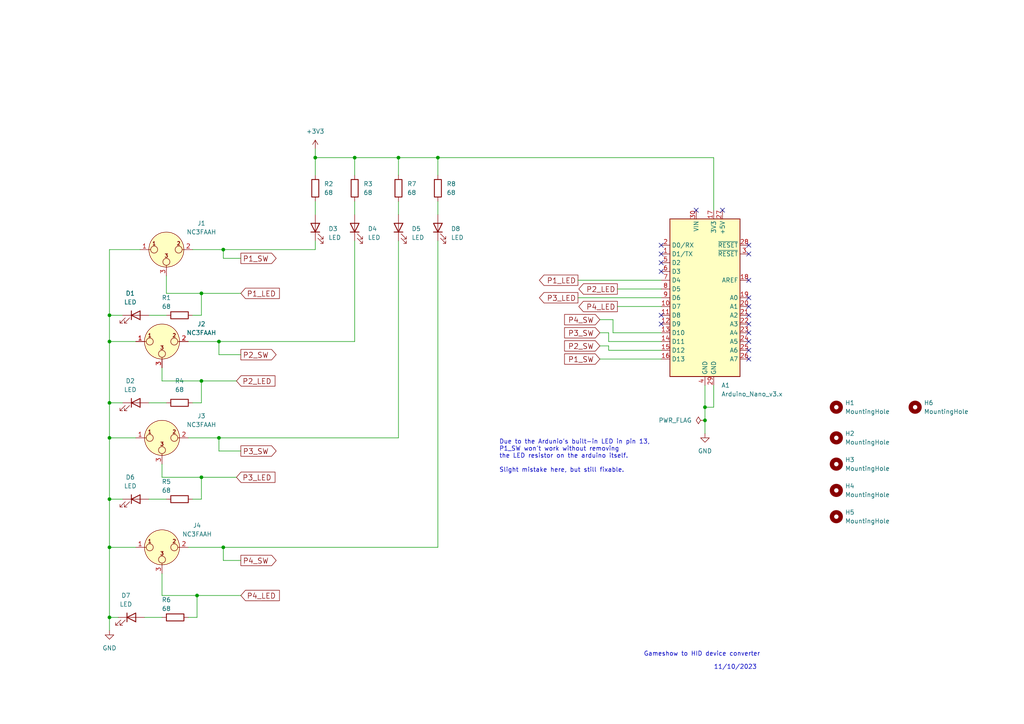
<source format=kicad_sch>
(kicad_sch (version 20230121) (generator eeschema)
  (paper "A4")
  (lib_symbols
    (symbol "Connector_Audio:NC3FAAH" (pin_names hide)
      (property "Reference" "J" (at 0 8.89 0))
      (property "Value" "NC3FAAH" (at 0 6.35 0))
      (symbol "NC3FAAH_0_1"
        (circle (center -3.556 0) (radius 1.016))
        (circle (center 0 -3.556) (radius 1.016))
        (polyline (pts (xy -5.08 0) (xy -4.572 0)))
        (polyline (pts (xy 0 -5.08) (xy 0 -4.572)))
        (polyline (pts (xy 5.08 0) (xy 4.572 0)))
        (circle (center 0 0) (radius 5.08) (fill (type background)))
        (circle (center 3.556 0) (radius 1.016))
        (text "1" (at -3.556 1.778 0) (effects (font (size 1.016 1.016) bold)))
        (text "2" (at 3.556 1.778 0) (effects (font (size 1.016 1.016) bold)))
        (text "3" (at 0 -1.778 0) (effects (font (size 1.016 1.016) bold)))
        (pin passive line (at -7.62 0 0) (length 2.54) (name "~") (number "1"))
        (pin passive line (at 7.62 0 180) (length 2.54) (name "~") (number "2"))
        (pin passive line (at 0 -7.62 90) (length 2.54) (name "~") (number "3"))
      )
    )
    (symbol "Device:LED" (pin_numbers hide) (pin_names (offset 1.016) hide)
      (property "Reference" "D" (at 0 2.54 0))
      (property "Value" "LED" (at 0 -2.54 0))
      (symbol "LED_0_1"
        (polyline (pts (xy -1.27 -1.27) (xy -1.27 1.27)) (stroke (width 0.254)))
        (polyline (pts (xy -1.27 0) (xy 1.27 0)))
        (polyline (pts (xy 1.27 -1.27) (xy 1.27 1.27) (xy -1.27 0) (xy 1.27 -1.27)) (stroke (width 0.254)))
        (polyline (pts (xy -3.048 -0.762) (xy -4.572 -2.286) (xy -3.81 -2.286) (xy -4.572 -2.286) (xy -4.572 -1.524)))
        (polyline (pts (xy -1.778 -0.762) (xy -3.302 -2.286) (xy -2.54 -2.286) (xy -3.302 -2.286) (xy -3.302 -1.524)))
      )
      (symbol "LED_1_1"
        (pin passive line (at -3.81 0 0) (length 2.54) (name "K") (number "1"))
        (pin passive line (at 3.81 0 180) (length 2.54) (name "A") (number "2"))
      )
    )
    (symbol "Device:R" (pin_numbers hide) (pin_names (offset 0))
      (property "Reference" "R" (at 2.032 0 90))
      (property "Value" "R" (at 0 0 90))
      (symbol "R_0_1"
        (rectangle (start -1.016 -2.54) (end 1.016 2.54) (stroke (width 0.254)))
      )
      (symbol "R_1_1"
        (pin passive line (at 0 3.81 270) (length 1.27) (name "~") (number "1"))
        (pin passive line (at 0 -3.81 90) (length 1.27) (name "~") (number "2"))
      )
    )
    (symbol "MCU_Module:Arduino_Nano_v3.x"
      (property "Reference" "A" (at -10.16 23.495 0))
      (property "Value" "Arduino_Nano_v3.x" (at 5.08 -24.13 0))
      (symbol "Arduino_Nano_v3.x_0_1"
        (rectangle (start -10.16 22.86) (end 10.16 -22.86) (stroke (width 0.254)) (fill (type background)))
      )
      (symbol "Arduino_Nano_v3.x_1_1"
        (pin bidirectional line (at -12.7 12.7 0) (length 2.54) (name "D1/TX") (number "1"))
        (pin bidirectional line (at -12.7 -2.54 0) (length 2.54) (name "D7") (number "10"))
        (pin bidirectional line (at -12.7 -5.08 0) (length 2.54) (name "D8") (number "11"))
        (pin bidirectional line (at -12.7 -7.62 0) (length 2.54) (name "D9") (number "12"))
        (pin bidirectional line (at -12.7 -10.16 0) (length 2.54) (name "D10") (number "13"))
        (pin bidirectional line (at -12.7 -12.7 0) (length 2.54) (name "D11") (number "14"))
        (pin bidirectional line (at -12.7 -15.24 0) (length 2.54) (name "D12") (number "15"))
        (pin bidirectional line (at -12.7 -17.78 0) (length 2.54) (name "D13") (number "16"))
        (pin power_out line (at 2.54 25.4 270) (length 2.54) (name "3V3") (number "17"))
        (pin input line (at 12.7 5.08 180) (length 2.54) (name "AREF") (number "18"))
        (pin bidirectional line (at 12.7 0 180) (length 2.54) (name "A0") (number "19"))
        (pin bidirectional line (at -12.7 15.24 0) (length 2.54) (name "D0/RX") (number "2"))
        (pin bidirectional line (at 12.7 -2.54 180) (length 2.54) (name "A1") (number "20"))
        (pin bidirectional line (at 12.7 -5.08 180) (length 2.54) (name "A2") (number "21"))
        (pin bidirectional line (at 12.7 -7.62 180) (length 2.54) (name "A3") (number "22"))
        (pin bidirectional line (at 12.7 -10.16 180) (length 2.54) (name "A4") (number "23"))
        (pin bidirectional line (at 12.7 -12.7 180) (length 2.54) (name "A5") (number "24"))
        (pin bidirectional line (at 12.7 -15.24 180) (length 2.54) (name "A6") (number "25"))
        (pin bidirectional line (at 12.7 -17.78 180) (length 2.54) (name "A7") (number "26"))
        (pin power_out line (at 5.08 25.4 270) (length 2.54) (name "+5V") (number "27"))
        (pin input line (at 12.7 15.24 180) (length 2.54) (name "~{RESET}") (number "28"))
        (pin power_in line (at 2.54 -25.4 90) (length 2.54) (name "GND") (number "29"))
        (pin input line (at 12.7 12.7 180) (length 2.54) (name "~{RESET}") (number "3"))
        (pin power_in line (at -2.54 25.4 270) (length 2.54) (name "VIN") (number "30"))
        (pin power_in line (at 0 -25.4 90) (length 2.54) (name "GND") (number "4"))
        (pin bidirectional line (at -12.7 10.16 0) (length 2.54) (name "D2") (number "5"))
        (pin bidirectional line (at -12.7 7.62 0) (length 2.54) (name "D3") (number "6"))
        (pin bidirectional line (at -12.7 5.08 0) (length 2.54) (name "D4") (number "7"))
        (pin bidirectional line (at -12.7 2.54 0) (length 2.54) (name "D5") (number "8"))
        (pin bidirectional line (at -12.7 0 0) (length 2.54) (name "D6") (number "9"))
      )
    )
    (symbol "Mechanical:MountingHole" (pin_names (offset 1.016))
      (property "Reference" "H" (at 0 5.08 0))
      (property "Value" "MountingHole" (at 0 3.175 0))
      (symbol "MountingHole_0_1"
        (circle (center 0 0) (radius 1.27) (stroke (width 1.27)))
      )
    )
    (symbol "power:+3V3" (power) (pin_names (offset 0))
      (property "Value" "+3V3" (at 0 3.556 0))
      (symbol "+3V3_0_1"
        (polyline (pts (xy -0.762 1.27) (xy 0 2.54)))
        (polyline (pts (xy 0 0) (xy 0 2.54)))
        (polyline (pts (xy 0 2.54) (xy 0.762 1.27)))
      )
      (symbol "+3V3_1_1"
        (pin power_in line (at 0 0 90) (length 0) hide (name "+3V3") (number "1"))
      )
    )
    (symbol "power:GND" (power) (pin_names (offset 0))
      (property "Value" "GND" (at 0 -3.81 0))
      (symbol "GND_0_1"
        (polyline (pts (xy 0 0) (xy 0 -1.27) (xy 1.27 -1.27) (xy 0 -2.54) (xy -1.27 -1.27) (xy 0 -1.27)))
      )
      (symbol "GND_1_1"
        (pin power_in line (at 0 0 270) (length 0) hide (name "GND") (number "1"))
      )
    )
    (symbol "power:PWR_FLAG" (power) (pin_numbers hide) (pin_names (offset 0) hide)
      (property "Value" "PWR_FLAG" (at 0 3.81 0))
      (symbol "PWR_FLAG_0_0"
        (pin power_out line (at 0 0 90) (length 0) (name "pwr") (number "1"))
      )
      (symbol "PWR_FLAG_0_1"
        (polyline (pts (xy 0 0) (xy 0 1.27) (xy -1.016 1.905) (xy 0 2.54) (xy 1.016 1.905) (xy 0 1.27)))
      )
    )
  )
  (junction (at 31.75 91.44))
  (junction (at 31.75 127))
  (junction (at 204.47 121.92))
  (junction (at 58.42 85.09))
  (junction (at 31.75 99.06))
  (junction (at 58.42 110.49))
  (junction (at 64.77 158.75))
  (junction (at 31.75 144.78))
  (junction (at 127 45.72))
  (junction (at 57.15 172.72))
  (junction (at 58.42 138.43))
  (junction (at 63.5 127))
  (junction (at 31.75 116.84))
  (junction (at 102.87 45.72))
  (junction (at 31.75 158.75))
  (junction (at 204.47 118.11))
  (junction (at 64.77 72.39))
  (junction (at 115.57 45.72))
  (junction (at 91.44 45.72))
  (junction (at 31.75 179.07))
  (junction (at 63.5 99.06))
  (no_connect (at 217.17 91.44))
  (no_connect (at 191.77 73.66))
  (no_connect (at 191.77 93.98))
  (no_connect (at 201.93 60.96))
  (no_connect (at 191.77 76.2))
  (no_connect (at 217.17 96.52))
  (no_connect (at 217.17 86.36))
  (no_connect (at 191.77 78.74))
  (no_connect (at 217.17 93.98))
  (no_connect (at 209.55 60.96))
  (no_connect (at 191.77 91.44))
  (no_connect (at 217.17 71.12))
  (no_connect (at 217.17 99.06))
  (no_connect (at 217.17 81.28))
  (no_connect (at 217.17 73.66))
  (no_connect (at 217.17 88.9))
  (no_connect (at 217.17 101.6))
  (no_connect (at 217.17 104.14))
  (no_connect (at 191.77 71.12))
  (wire (pts (xy 35.56 116.84) (xy 31.75 116.84)))
  (wire (pts (xy 69.85 85.09) (xy 58.42 85.09)))
  (wire (pts (xy 31.75 127) (xy 31.75 144.78)))
  (wire (pts (xy 31.75 72.39) (xy 40.64 72.39)))
  (wire (pts (xy 35.56 144.78) (xy 31.75 144.78)))
  (wire (pts (xy 64.77 72.39) (xy 91.44 72.39)))
  (wire (pts (xy 102.87 45.72) (xy 102.87 50.8)))
  (wire (pts (xy 31.75 91.44) (xy 31.75 99.06)))
  (wire (pts (xy 31.75 72.39) (xy 31.75 91.44)))
  (wire (pts (xy 58.42 85.09) (xy 58.42 91.44)))
  (wire (pts (xy 63.5 130.81) (xy 63.5 127)))
  (wire (pts (xy 127 58.42) (xy 127 62.23)))
  (wire (pts (xy 115.57 45.72) (xy 127 45.72)))
  (wire (pts (xy 207.01 118.11) (xy 204.47 118.11)))
  (wire (pts (xy 91.44 45.72) (xy 91.44 50.8)))
  (wire (pts (xy 63.5 102.87) (xy 63.5 99.06)))
  (wire (pts (xy 31.75 158.75) (xy 39.37 158.75)))
  (wire (pts (xy 127 45.72) (xy 207.01 45.72)))
  (wire (pts (xy 31.75 99.06) (xy 39.37 99.06)))
  (wire (pts (xy 46.99 172.72) (xy 57.15 172.72)))
  (wire (pts (xy 91.44 58.42) (xy 91.44 62.23)))
  (wire (pts (xy 63.5 99.06) (xy 102.87 99.06)))
  (wire (pts (xy 58.42 110.49) (xy 58.42 116.84)))
  (wire (pts (xy 127 45.72) (xy 127 50.8)))
  (wire (pts (xy 48.26 144.78) (xy 43.18 144.78)))
  (wire (pts (xy 115.57 127) (xy 115.57 69.85)))
  (wire (pts (xy 91.44 45.72) (xy 102.87 45.72)))
  (wire (pts (xy 58.42 138.43) (xy 58.42 144.78)))
  (wire (pts (xy 176.53 100.33) (xy 173.99 100.33)))
  (wire (pts (xy 58.42 144.78) (xy 55.88 144.78)))
  (wire (pts (xy 207.01 111.76) (xy 207.01 118.11)))
  (wire (pts (xy 204.47 118.11) (xy 204.47 121.92)))
  (wire (pts (xy 191.77 83.82) (xy 179.07 83.82)))
  (wire (pts (xy 115.57 58.42) (xy 115.57 62.23)))
  (wire (pts (xy 55.88 72.39) (xy 64.77 72.39)))
  (wire (pts (xy 58.42 85.09) (xy 48.26 85.09)))
  (wire (pts (xy 191.77 101.6) (xy 176.53 101.6)))
  (wire (pts (xy 91.44 43.18) (xy 91.44 45.72)))
  (wire (pts (xy 54.61 127) (xy 63.5 127)))
  (wire (pts (xy 64.77 74.93) (xy 64.77 72.39)))
  (wire (pts (xy 48.26 116.84) (xy 43.18 116.84)))
  (wire (pts (xy 54.61 99.06) (xy 63.5 99.06)))
  (wire (pts (xy 204.47 121.92) (xy 204.47 125.73)))
  (wire (pts (xy 57.15 179.07) (xy 54.61 179.07)))
  (wire (pts (xy 31.75 144.78) (xy 31.75 158.75)))
  (wire (pts (xy 54.61 158.75) (xy 64.77 158.75)))
  (wire (pts (xy 57.15 172.72) (xy 69.85 172.72)))
  (wire (pts (xy 102.87 45.72) (xy 115.57 45.72)))
  (wire (pts (xy 102.87 99.06) (xy 102.87 69.85)))
  (wire (pts (xy 31.75 127) (xy 39.37 127)))
  (wire (pts (xy 46.99 166.37) (xy 46.99 172.72)))
  (wire (pts (xy 191.77 104.14) (xy 173.99 104.14)))
  (wire (pts (xy 46.99 179.07) (xy 41.91 179.07)))
  (wire (pts (xy 46.99 138.43) (xy 58.42 138.43)))
  (wire (pts (xy 176.53 101.6) (xy 176.53 100.33)))
  (wire (pts (xy 31.75 116.84) (xy 31.75 127)))
  (wire (pts (xy 46.99 110.49) (xy 58.42 110.49)))
  (wire (pts (xy 58.42 138.43) (xy 68.58 138.43)))
  (wire (pts (xy 46.99 106.68) (xy 46.99 110.49)))
  (wire (pts (xy 191.77 96.52) (xy 177.8 96.52)))
  (wire (pts (xy 46.99 134.62) (xy 46.99 138.43)))
  (wire (pts (xy 31.75 99.06) (xy 31.75 116.84)))
  (wire (pts (xy 191.77 99.06) (xy 176.53 99.06)))
  (wire (pts (xy 64.77 158.75) (xy 127 158.75)))
  (wire (pts (xy 69.85 74.93) (xy 64.77 74.93)))
  (wire (pts (xy 102.87 58.42) (xy 102.87 62.23)))
  (wire (pts (xy 176.53 96.52) (xy 173.99 96.52)))
  (wire (pts (xy 69.85 102.87) (xy 63.5 102.87)))
  (wire (pts (xy 177.8 92.71) (xy 173.99 92.71)))
  (wire (pts (xy 48.26 85.09) (xy 48.26 80.01)))
  (wire (pts (xy 57.15 172.72) (xy 57.15 179.07)))
  (wire (pts (xy 204.47 111.76) (xy 204.47 118.11)))
  (wire (pts (xy 69.85 162.56) (xy 64.77 162.56)))
  (wire (pts (xy 58.42 91.44) (xy 55.88 91.44)))
  (wire (pts (xy 31.75 179.07) (xy 31.75 182.88)))
  (wire (pts (xy 34.29 179.07) (xy 31.75 179.07)))
  (wire (pts (xy 115.57 45.72) (xy 115.57 50.8)))
  (wire (pts (xy 91.44 72.39) (xy 91.44 69.85)))
  (wire (pts (xy 35.56 91.44) (xy 31.75 91.44)))
  (wire (pts (xy 58.42 116.84) (xy 55.88 116.84)))
  (wire (pts (xy 31.75 158.75) (xy 31.75 179.07)))
  (wire (pts (xy 167.64 81.28) (xy 191.77 81.28)))
  (wire (pts (xy 176.53 99.06) (xy 176.53 96.52)))
  (wire (pts (xy 179.07 88.9) (xy 191.77 88.9)))
  (wire (pts (xy 64.77 162.56) (xy 64.77 158.75)))
  (wire (pts (xy 127 158.75) (xy 127 69.85)))
  (wire (pts (xy 58.42 110.49) (xy 68.58 110.49)))
  (wire (pts (xy 69.85 130.81) (xy 63.5 130.81)))
  (wire (pts (xy 207.01 45.72) (xy 207.01 60.96)))
  (wire (pts (xy 177.8 96.52) (xy 177.8 92.71)))
  (wire (pts (xy 167.64 86.36) (xy 191.77 86.36)))
  (wire (pts (xy 63.5 127) (xy 115.57 127)))
  (wire (pts (xy 48.26 91.44) (xy 43.18 91.44)))
  (text "11/10/2023" (at 207.01 194.31 0) (effects (font (size 1.27 1.27)) (justify left bottom)))
  (text "Due to the Ardunio's built-in LED in pin 13,\nP1_SW won't work without removing \nthe LED resistor on the arduino itself. \n\nSlight mistake here, but still fixable.\n" (at 144.78 137.16 0) (effects (font (size 1.27 1.27)) (justify left bottom)))
  (text "Gameshow to HID device converter" (at 186.69 190.5 0) (effects (font (size 1.27 1.27)) (justify left bottom)))
  (global_label "P1_SW" (shape input) (at 173.99 104.14 180) (effects (font (size 1.524 1.524))) (property "Intersheetrefs" "${INTERSHEET_REFS}" (effects hide)))
  (global_label "P1_LED" (shape output) (at 167.64 81.28 180) (effects (font (size 1.524 1.524))) (property "Intersheetrefs" "${INTERSHEET_REFS}" (effects hide)))
  (global_label "P4_LED" (shape output) (at 179.07 88.9 180) (effects (font (size 1.524 1.524))) (property "Intersheetrefs" "${INTERSHEET_REFS}" (effects hide)))
  (global_label "P4_LED" (shape input) (at 69.85 172.72 0) (effects (font (size 1.524 1.524))) (property "Intersheetrefs" "${INTERSHEET_REFS}" (effects hide)))
  (global_label "P3_LED" (shape output) (at 167.64 86.36 180) (effects (font (size 1.524 1.524))) (property "Intersheetrefs" "${INTERSHEET_REFS}" (effects hide)))
  (global_label "P1_LED" (shape input) (at 69.85 85.09 0) (effects (font (size 1.524 1.524))) (property "Intersheetrefs" "${INTERSHEET_REFS}" (effects hide)))
  (global_label "P2_LED" (shape output) (at 179.07 83.82 180) (effects (font (size 1.524 1.524))) (property "Intersheetrefs" "${INTERSHEET_REFS}" (effects hide)))
  (global_label "P3_SW" (shape input) (at 173.99 96.52 180) (effects (font (size 1.524 1.524))) (property "Intersheetrefs" "${INTERSHEET_REFS}" (effects hide)))
  (global_label "P4_SW" (shape output) (at 69.85 162.56 0) (effects (font (size 1.524 1.524))) (property "Intersheetrefs" "${INTERSHEET_REFS}" (effects hide)))
  (global_label "P2_SW" (shape input) (at 173.99 100.33 180) (effects (font (size 1.524 1.524))) (property "Intersheetrefs" "${INTERSHEET_REFS}" (effects hide)))
  (global_label "P2_SW" (shape output) (at 69.85 102.87 0) (effects (font (size 1.524 1.524))) (property "Intersheetrefs" "${INTERSHEET_REFS}" (effects hide)))
  (global_label "P3_SW" (shape output) (at 69.85 130.81 0) (effects (font (size 1.524 1.524))) (property "Intersheetrefs" "${INTERSHEET_REFS}" (effects hide)))
  (global_label "P1_SW" (shape output) (at 69.85 74.93 0) (effects (font (size 1.524 1.524))) (property "Intersheetrefs" "${INTERSHEET_REFS}" (effects hide)))
  (global_label "P2_LED" (shape input) (at 68.58 110.49 0) (effects (font (size 1.524 1.524))) (property "Intersheetrefs" "${INTERSHEET_REFS}" (effects hide)))
  (global_label "P4_SW" (shape input) (at 173.99 92.71 180) (effects (font (size 1.524 1.524))) (property "Intersheetrefs" "${INTERSHEET_REFS}" (effects hide)))
  (global_label "P3_LED" (shape input) (at 68.58 138.43 0) (effects (font (size 1.524 1.524))) (property "Intersheetrefs" "${INTERSHEET_REFS}" (effects hide)))
  (symbol (lib_id "Mechanical:MountingHole") (at 242.57 142.24 0) (unit 1)
    (property "Reference" "H4" (at 245.11 140.97 0) (effects (justify left)))
    (property "Value" "MountingHole" (at 245.11 143.51 0) (effects (justify left)))
    (property "Footprint" "MountingHole:MountingHole_3.2mm_M3" (effects hide))
  )
  (symbol (lib_id "Mechanical:MountingHole") (at 242.57 134.62 0) (unit 1)
    (property "Reference" "H3" (at 245.11 133.35 0) (effects (justify left)))
    (property "Value" "MountingHole" (at 245.11 135.89 0) (effects (justify left)))
    (property "Footprint" "MountingHole:MountingHole_3.2mm_M3" (effects hide))
  )
  (symbol (lib_id "Device:R") (at 102.87 54.61 0) (unit 1)
    (property "Reference" "R3" (at 105.41 53.34 0) (effects (justify left)))
    (property "Value" "68" (at 105.41 55.88 0) (effects (justify left)))
    (property "Footprint" "Resistor_SMD:R_0805_2012Metric" (effects hide))
  )
  (symbol (lib_id "MCU_Module:Arduino_Nano_v3.x") (at 204.47 86.36 0) (unit 1)
    (property "Reference" "A1" (at 209.2041 111.76 0) (effects (justify left)))
    (property "Value" "Arduino_Nano_v3.x" (at 209.2041 114.3 0) (effects (justify left)))
    (property "Footprint" "Module:Arduino_Nano" (effects hide))
    (property "Datasheet" "http://www.mouser.com/pdfdocs/Gravitech_Arduino_Nano3_0.pdf" (effects hide))
  )
  (symbol (lib_id "Mechanical:MountingHole") (at 242.57 127 0) (unit 1)
    (property "Reference" "H2" (at 245.11 125.73 0) (effects (justify left)))
    (property "Value" "MountingHole" (at 245.11 128.27 0) (effects (justify left)))
    (property "Footprint" "MountingHole:MountingHole_3.2mm_M3" (effects hide))
  )
  (symbol (lib_id "power:PWR_FLAG") (at 204.47 121.92 90) (unit 1)
    (property "Reference" "#FLG01" (effects hide))
    (property "Value" "PWR_FLAG" (at 200.66 121.92 90) (effects (justify left)))
  )
  (symbol (lib_id "Connector_Audio:NC3FAAH") (at 46.99 99.06 0) (unit 1)
    (property "Reference" "J2" (at 58.42 93.98 0))
    (property "Value" "NC3FAAH" (at 58.42 96.52 0))
    (property "Footprint" "Connector_Audio:Jack_XLR_Neutrik_NC3FAAH_Horizontal" (effects hide))
    (property "Datasheet" "https://www.neutrik.com/en/product/nc3faah" (effects hide))
  )
  (symbol (lib_id "Mechanical:MountingHole") (at 242.57 118.11 0) (unit 1)
    (property "Reference" "H1" (at 245.11 116.84 0) (effects (justify left)))
    (property "Value" "MountingHole" (at 245.11 119.38 0) (effects (justify left)))
    (property "Footprint" "MountingHole:MountingHole_3.2mm_M3" (effects hide))
  )
  (symbol (lib_id "Device:LED") (at 39.37 91.44 0) (unit 1)
    (property "Reference" "D1" (at 37.7825 85.09 0))
    (property "Value" "LED" (at 37.7825 87.63 0))
    (property "Footprint" "LED_SMD:LED_0805_2012Metric" (effects hide))
  )
  (symbol (lib_id "Connector_Audio:NC3FAAH") (at 46.99 127 0) (unit 1)
    (property "Reference" "J3" (at 58.42 120.65 0))
    (property "Value" "NC3FAAH" (at 58.42 123.19 0))
    (property "Footprint" "Connector_Audio:Jack_XLR_Neutrik_NC3FAAH_Horizontal" (effects hide))
    (property "Datasheet" "https://www.neutrik.com/en/product/nc3faah" (effects hide))
  )
  (symbol (lib_id "Device:LED") (at 91.44 66.04 90) (unit 1)
    (property "Reference" "D3" (at 95.25 66.3575 90) (effects (justify right)))
    (property "Value" "LED" (at 95.25 68.8975 90) (effects (justify right)))
    (property "Footprint" "LED_SMD:LED_0805_2012Metric" (effects hide))
  )
  (symbol (lib_id "Connector_Audio:NC3FAAH") (at 46.99 158.75 0) (unit 1)
    (property "Reference" "J4" (at 57.15 152.4 0))
    (property "Value" "NC3FAAH" (at 57.15 154.94 0))
    (property "Footprint" "Connector_Audio:Jack_XLR_Neutrik_NC3FAAH_Horizontal" (effects hide))
    (property "Datasheet" "https://www.neutrik.com/en/product/nc3faah" (effects hide))
  )
  (symbol (lib_id "Device:LED") (at 127 66.04 90) (unit 1)
    (property "Reference" "D8" (at 130.81 66.3575 90) (effects (justify right)))
    (property "Value" "LED" (at 130.81 68.8975 90) (effects (justify right)))
    (property "Footprint" "LED_SMD:LED_0805_2012Metric" (effects hide))
  )
  (symbol (lib_id "Device:R") (at 52.07 91.44 90) (unit 1)
    (property "Reference" "R1" (at 48.26 86.36 90))
    (property "Value" "68" (at 48.26 88.9 90))
    (property "Footprint" "Resistor_SMD:R_0805_2012Metric" (effects hide))
  )
  (symbol (lib_id "power:GND") (at 204.47 125.73 0) (unit 1)
    (property "Reference" "#PWR04" (effects hide))
    (property "Value" "GND" (at 204.47 130.81 0))
  )
  (symbol (lib_id "Device:R") (at 115.57 54.61 0) (unit 1)
    (property "Reference" "R7" (at 118.11 53.34 0) (effects (justify left)))
    (property "Value" "68" (at 118.11 55.88 0) (effects (justify left)))
    (property "Footprint" "Resistor_SMD:R_0805_2012Metric" (effects hide))
  )
  (symbol (lib_id "Device:LED") (at 39.37 144.78 0) (unit 1)
    (property "Reference" "D6" (at 37.7825 138.43 0))
    (property "Value" "LED" (at 37.7825 140.97 0))
    (property "Footprint" "LED_SMD:LED_0805_2012Metric" (effects hide))
  )
  (symbol (lib_id "Connector_Audio:NC3FAAH") (at 48.26 72.39 0) (unit 1)
    (property "Reference" "J1" (at 58.42 64.77 0))
    (property "Value" "NC3FAAH" (at 58.42 67.31 0))
    (property "Footprint" "Connector_Audio:Jack_XLR_Neutrik_NC3FAAH_Horizontal" (effects hide))
    (property "Datasheet" "https://www.neutrik.com/en/product/nc3faah" (effects hide))
  )
  (symbol (lib_id "Device:LED") (at 38.1 179.07 0) (unit 1)
    (property "Reference" "D7" (at 36.5125 172.72 0))
    (property "Value" "LED" (at 36.5125 175.26 0))
    (property "Footprint" "LED_SMD:LED_0805_2012Metric" (effects hide))
  )
  (symbol (lib_id "Device:LED") (at 102.87 66.04 90) (unit 1)
    (property "Reference" "D4" (at 106.68 66.3575 90) (effects (justify right)))
    (property "Value" "LED" (at 106.68 68.8975 90) (effects (justify right)))
    (property "Footprint" "LED_SMD:LED_0805_2012Metric" (effects hide))
  )
  (symbol (lib_id "Device:R") (at 127 54.61 0) (unit 1)
    (property "Reference" "R8" (at 129.54 53.34 0) (effects (justify left)))
    (property "Value" "68" (at 129.54 55.88 0) (effects (justify left)))
    (property "Footprint" "Resistor_SMD:R_0805_2012Metric" (effects hide))
  )
  (symbol (lib_id "Mechanical:MountingHole") (at 265.43 118.11 0) (unit 1)
    (property "Reference" "H6" (at 267.97 116.84 0) (effects (justify left)))
    (property "Value" "MountingHole" (at 267.97 119.38 0) (effects (justify left)))
    (property "Footprint" "MountingHole:MountingHole_3.2mm_M3" (effects hide))
  )
  (symbol (lib_id "Device:R") (at 52.07 144.78 90) (unit 1)
    (property "Reference" "R5" (at 48.26 139.7 90))
    (property "Value" "68" (at 48.26 142.24 90))
    (property "Footprint" "Resistor_SMD:R_0805_2012Metric" (effects hide))
  )
  (symbol (lib_id "Mechanical:MountingHole") (at 242.57 149.86 0) (unit 1)
    (property "Reference" "H5" (at 245.11 148.59 0) (effects (justify left)))
    (property "Value" "MountingHole" (at 245.11 151.13 0) (effects (justify left)))
    (property "Footprint" "MountingHole:MountingHole_3.2mm_M3" (effects hide))
  )
  (symbol (lib_id "Device:R") (at 52.07 116.84 90) (unit 1)
    (property "Reference" "R4" (at 52.07 110.49 90))
    (property "Value" "68" (at 52.07 113.03 90))
    (property "Footprint" "Resistor_SMD:R_0805_2012Metric" (effects hide))
  )
  (symbol (lib_id "power:+3V3") (at 91.44 43.18 0) (unit 1)
    (property "Reference" "#PWR02" (effects hide))
    (property "Value" "+3V3" (at 91.44 38.1 0))
  )
  (symbol (lib_id "Device:LED") (at 39.37 116.84 0) (unit 1)
    (property "Reference" "D2" (at 37.7825 110.49 0))
    (property "Value" "LED" (at 37.7825 113.03 0))
    (property "Footprint" "LED_SMD:LED_0805_2012Metric" (effects hide))
  )
  (symbol (lib_id "Device:LED") (at 115.57 66.04 90) (unit 1)
    (property "Reference" "D5" (at 119.38 66.3575 90) (effects (justify right)))
    (property "Value" "LED" (at 119.38 68.8975 90) (effects (justify right)))
    (property "Footprint" "LED_SMD:LED_0805_2012Metric" (effects hide))
  )
  (symbol (lib_id "Device:R") (at 91.44 54.61 0) (unit 1)
    (property "Reference" "R2" (at 93.98 53.34 0) (effects (justify left)))
    (property "Value" "68" (at 93.98 55.88 0) (effects (justify left)))
    (property "Footprint" "Resistor_SMD:R_0805_2012Metric" (effects hide))
  )
  (symbol (lib_id "Device:R") (at 50.8 179.07 90) (unit 1)
    (property "Reference" "R6" (at 48.26 173.99 90))
    (property "Value" "68" (at 48.26 176.53 90))
    (property "Footprint" "Resistor_SMD:R_0805_2012Metric" (effects hide))
  )
  (symbol (lib_id "power:GND") (at 31.75 182.88 0) (unit 1)
    (property "Reference" "#PWR01" (effects hide))
    (property "Value" "GND" (at 31.75 187.96 0))
  )
)
</source>
